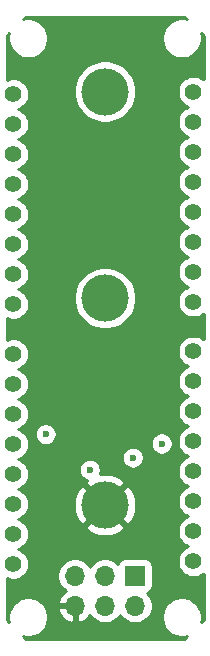
<source format=gbr>
G04 #@! TF.GenerationSoftware,KiCad,Pcbnew,5.1.5-52549c5~84~ubuntu18.04.1*
G04 #@! TF.CreationDate,2020-01-13T22:36:15-08:00*
G04 #@! TF.ProjectId,somos_wristband_1.0,736f6d6f-735f-4777-9269-737462616e64,rev?*
G04 #@! TF.SameCoordinates,Original*
G04 #@! TF.FileFunction,Copper,L2,Inr*
G04 #@! TF.FilePolarity,Positive*
%FSLAX46Y46*%
G04 Gerber Fmt 4.6, Leading zero omitted, Abs format (unit mm)*
G04 Created by KiCad (PCBNEW 5.1.5-52549c5~84~ubuntu18.04.1) date 2020-01-13 22:36:15*
%MOMM*%
%LPD*%
G04 APERTURE LIST*
%ADD10C,4.000000*%
%ADD11C,1.400000*%
%ADD12O,1.700000X1.700000*%
%ADD13R,1.700000X1.700000*%
%ADD14C,0.600000*%
%ADD15C,0.250000*%
%ADD16C,0.254000*%
G04 APERTURE END LIST*
D10*
X150000000Y-118000000D03*
D11*
X142240000Y-105220000D03*
X142240000Y-107760000D03*
X142240000Y-110300000D03*
X142240000Y-112840000D03*
X142240000Y-115380000D03*
X142240000Y-117920000D03*
X142240000Y-120460000D03*
X142240000Y-123000000D03*
D10*
X150000000Y-83000000D03*
X150000000Y-100500000D03*
D12*
X147460000Y-126540000D03*
X147460000Y-124000000D03*
X150000000Y-126540000D03*
X150000000Y-124000000D03*
X152540000Y-126540000D03*
D13*
X152540000Y-124000000D03*
D11*
X142240000Y-83220000D03*
X142240000Y-85760000D03*
X142240000Y-88300000D03*
X142240000Y-90840000D03*
X142240000Y-93380000D03*
X142240000Y-95920000D03*
X142240000Y-98460000D03*
X142240000Y-101000000D03*
X157480000Y-100780000D03*
X157480000Y-98240000D03*
X157480000Y-95700000D03*
X157480000Y-93160000D03*
X157480000Y-90620000D03*
X157480000Y-88080000D03*
X157480000Y-85540000D03*
X157480000Y-83000000D03*
X157480000Y-122780000D03*
X157480000Y-120240000D03*
X157480000Y-117700000D03*
X157480000Y-115160000D03*
X157480000Y-112620000D03*
X157480000Y-110080000D03*
X157480000Y-107540000D03*
X157480000Y-105000000D03*
D14*
X152350000Y-114000000D03*
X144970500Y-112014000D03*
X148718351Y-115020192D03*
X154798957Y-112800000D03*
X150000000Y-109000000D03*
X148000000Y-107000000D03*
X150000000Y-109000000D03*
X152000000Y-107000000D03*
X152000000Y-111000000D03*
X148000000Y-111000000D03*
X153860500Y-113982500D03*
D15*
X148000000Y-107000000D02*
X150000000Y-109000000D01*
D16*
G36*
X156935170Y-76868550D02*
G01*
X156665958Y-76815000D01*
X156334042Y-76815000D01*
X156008504Y-76879754D01*
X155701853Y-77006772D01*
X155425875Y-77191175D01*
X155191175Y-77425875D01*
X155006772Y-77701853D01*
X154879754Y-78008504D01*
X154815000Y-78334042D01*
X154815000Y-78665958D01*
X154879754Y-78991496D01*
X155006772Y-79298147D01*
X155191175Y-79574125D01*
X155425875Y-79808825D01*
X155701853Y-79993228D01*
X156008504Y-80120246D01*
X156334042Y-80185000D01*
X156665958Y-80185000D01*
X156991496Y-80120246D01*
X157298147Y-79993228D01*
X157574125Y-79808825D01*
X157808825Y-79574125D01*
X157993228Y-79298147D01*
X158120246Y-78991496D01*
X158185000Y-78665958D01*
X158185000Y-78334042D01*
X158131450Y-78064831D01*
X158340001Y-78273382D01*
X158340001Y-81972026D01*
X158331013Y-81963038D01*
X158112359Y-81816939D01*
X157869405Y-81716304D01*
X157611486Y-81665000D01*
X157348514Y-81665000D01*
X157090595Y-81716304D01*
X156847641Y-81816939D01*
X156628987Y-81963038D01*
X156443038Y-82148987D01*
X156296939Y-82367641D01*
X156196304Y-82610595D01*
X156145000Y-82868514D01*
X156145000Y-83131486D01*
X156196304Y-83389405D01*
X156296939Y-83632359D01*
X156443038Y-83851013D01*
X156628987Y-84036962D01*
X156847641Y-84183061D01*
X157057530Y-84270000D01*
X156847641Y-84356939D01*
X156628987Y-84503038D01*
X156443038Y-84688987D01*
X156296939Y-84907641D01*
X156196304Y-85150595D01*
X156145000Y-85408514D01*
X156145000Y-85671486D01*
X156196304Y-85929405D01*
X156296939Y-86172359D01*
X156443038Y-86391013D01*
X156628987Y-86576962D01*
X156847641Y-86723061D01*
X157057530Y-86810000D01*
X156847641Y-86896939D01*
X156628987Y-87043038D01*
X156443038Y-87228987D01*
X156296939Y-87447641D01*
X156196304Y-87690595D01*
X156145000Y-87948514D01*
X156145000Y-88211486D01*
X156196304Y-88469405D01*
X156296939Y-88712359D01*
X156443038Y-88931013D01*
X156628987Y-89116962D01*
X156847641Y-89263061D01*
X157057530Y-89350000D01*
X156847641Y-89436939D01*
X156628987Y-89583038D01*
X156443038Y-89768987D01*
X156296939Y-89987641D01*
X156196304Y-90230595D01*
X156145000Y-90488514D01*
X156145000Y-90751486D01*
X156196304Y-91009405D01*
X156296939Y-91252359D01*
X156443038Y-91471013D01*
X156628987Y-91656962D01*
X156847641Y-91803061D01*
X157057530Y-91890000D01*
X156847641Y-91976939D01*
X156628987Y-92123038D01*
X156443038Y-92308987D01*
X156296939Y-92527641D01*
X156196304Y-92770595D01*
X156145000Y-93028514D01*
X156145000Y-93291486D01*
X156196304Y-93549405D01*
X156296939Y-93792359D01*
X156443038Y-94011013D01*
X156628987Y-94196962D01*
X156847641Y-94343061D01*
X157057530Y-94430000D01*
X156847641Y-94516939D01*
X156628987Y-94663038D01*
X156443038Y-94848987D01*
X156296939Y-95067641D01*
X156196304Y-95310595D01*
X156145000Y-95568514D01*
X156145000Y-95831486D01*
X156196304Y-96089405D01*
X156296939Y-96332359D01*
X156443038Y-96551013D01*
X156628987Y-96736962D01*
X156847641Y-96883061D01*
X157057530Y-96970000D01*
X156847641Y-97056939D01*
X156628987Y-97203038D01*
X156443038Y-97388987D01*
X156296939Y-97607641D01*
X156196304Y-97850595D01*
X156145000Y-98108514D01*
X156145000Y-98371486D01*
X156196304Y-98629405D01*
X156296939Y-98872359D01*
X156443038Y-99091013D01*
X156628987Y-99276962D01*
X156847641Y-99423061D01*
X157057530Y-99510000D01*
X156847641Y-99596939D01*
X156628987Y-99743038D01*
X156443038Y-99928987D01*
X156296939Y-100147641D01*
X156196304Y-100390595D01*
X156145000Y-100648514D01*
X156145000Y-100911486D01*
X156196304Y-101169405D01*
X156296939Y-101412359D01*
X156443038Y-101631013D01*
X156628987Y-101816962D01*
X156847641Y-101963061D01*
X157090595Y-102063696D01*
X157348514Y-102115000D01*
X157611486Y-102115000D01*
X157869405Y-102063696D01*
X158112359Y-101963061D01*
X158331013Y-101816962D01*
X158340001Y-101807974D01*
X158340000Y-103972025D01*
X158331013Y-103963038D01*
X158112359Y-103816939D01*
X157869405Y-103716304D01*
X157611486Y-103665000D01*
X157348514Y-103665000D01*
X157090595Y-103716304D01*
X156847641Y-103816939D01*
X156628987Y-103963038D01*
X156443038Y-104148987D01*
X156296939Y-104367641D01*
X156196304Y-104610595D01*
X156145000Y-104868514D01*
X156145000Y-105131486D01*
X156196304Y-105389405D01*
X156296939Y-105632359D01*
X156443038Y-105851013D01*
X156628987Y-106036962D01*
X156847641Y-106183061D01*
X157057530Y-106270000D01*
X156847641Y-106356939D01*
X156628987Y-106503038D01*
X156443038Y-106688987D01*
X156296939Y-106907641D01*
X156196304Y-107150595D01*
X156145000Y-107408514D01*
X156145000Y-107671486D01*
X156196304Y-107929405D01*
X156296939Y-108172359D01*
X156443038Y-108391013D01*
X156628987Y-108576962D01*
X156847641Y-108723061D01*
X157057530Y-108810000D01*
X156847641Y-108896939D01*
X156628987Y-109043038D01*
X156443038Y-109228987D01*
X156296939Y-109447641D01*
X156196304Y-109690595D01*
X156145000Y-109948514D01*
X156145000Y-110211486D01*
X156196304Y-110469405D01*
X156296939Y-110712359D01*
X156443038Y-110931013D01*
X156628987Y-111116962D01*
X156847641Y-111263061D01*
X157057530Y-111350000D01*
X156847641Y-111436939D01*
X156628987Y-111583038D01*
X156443038Y-111768987D01*
X156296939Y-111987641D01*
X156196304Y-112230595D01*
X156145000Y-112488514D01*
X156145000Y-112751486D01*
X156196304Y-113009405D01*
X156296939Y-113252359D01*
X156443038Y-113471013D01*
X156628987Y-113656962D01*
X156847641Y-113803061D01*
X157057530Y-113890000D01*
X156847641Y-113976939D01*
X156628987Y-114123038D01*
X156443038Y-114308987D01*
X156296939Y-114527641D01*
X156196304Y-114770595D01*
X156145000Y-115028514D01*
X156145000Y-115291486D01*
X156196304Y-115549405D01*
X156296939Y-115792359D01*
X156443038Y-116011013D01*
X156628987Y-116196962D01*
X156847641Y-116343061D01*
X157057530Y-116430000D01*
X156847641Y-116516939D01*
X156628987Y-116663038D01*
X156443038Y-116848987D01*
X156296939Y-117067641D01*
X156196304Y-117310595D01*
X156145000Y-117568514D01*
X156145000Y-117831486D01*
X156196304Y-118089405D01*
X156296939Y-118332359D01*
X156443038Y-118551013D01*
X156628987Y-118736962D01*
X156847641Y-118883061D01*
X157057530Y-118970000D01*
X156847641Y-119056939D01*
X156628987Y-119203038D01*
X156443038Y-119388987D01*
X156296939Y-119607641D01*
X156196304Y-119850595D01*
X156145000Y-120108514D01*
X156145000Y-120371486D01*
X156196304Y-120629405D01*
X156296939Y-120872359D01*
X156443038Y-121091013D01*
X156628987Y-121276962D01*
X156847641Y-121423061D01*
X157057530Y-121510000D01*
X156847641Y-121596939D01*
X156628987Y-121743038D01*
X156443038Y-121928987D01*
X156296939Y-122147641D01*
X156196304Y-122390595D01*
X156145000Y-122648514D01*
X156145000Y-122911486D01*
X156196304Y-123169405D01*
X156296939Y-123412359D01*
X156443038Y-123631013D01*
X156628987Y-123816962D01*
X156847641Y-123963061D01*
X157090595Y-124063696D01*
X157348514Y-124115000D01*
X157611486Y-124115000D01*
X157869405Y-124063696D01*
X158112359Y-123963061D01*
X158331013Y-123816962D01*
X158340000Y-123807975D01*
X158340000Y-127726619D01*
X158131450Y-127935169D01*
X158185000Y-127665958D01*
X158185000Y-127334042D01*
X158120246Y-127008504D01*
X157993228Y-126701853D01*
X157808825Y-126425875D01*
X157574125Y-126191175D01*
X157298147Y-126006772D01*
X156991496Y-125879754D01*
X156665958Y-125815000D01*
X156334042Y-125815000D01*
X156008504Y-125879754D01*
X155701853Y-126006772D01*
X155425875Y-126191175D01*
X155191175Y-126425875D01*
X155006772Y-126701853D01*
X154879754Y-127008504D01*
X154815000Y-127334042D01*
X154815000Y-127665958D01*
X154879754Y-127991496D01*
X155006772Y-128298147D01*
X155191175Y-128574125D01*
X155425875Y-128808825D01*
X155701853Y-128993228D01*
X156008504Y-129120246D01*
X156334042Y-129185000D01*
X156665958Y-129185000D01*
X156935170Y-129131450D01*
X156726620Y-129340000D01*
X143273381Y-129340000D01*
X143064831Y-129131450D01*
X143334042Y-129185000D01*
X143665958Y-129185000D01*
X143991496Y-129120246D01*
X144298147Y-128993228D01*
X144574125Y-128808825D01*
X144808825Y-128574125D01*
X144993228Y-128298147D01*
X145120246Y-127991496D01*
X145185000Y-127665958D01*
X145185000Y-127334042D01*
X145120246Y-127008504D01*
X145074015Y-126896891D01*
X146018519Y-126896891D01*
X146115843Y-127171252D01*
X146264822Y-127421355D01*
X146459731Y-127637588D01*
X146693080Y-127811641D01*
X146955901Y-127936825D01*
X147103110Y-127981476D01*
X147333000Y-127860155D01*
X147333000Y-126667000D01*
X146139186Y-126667000D01*
X146018519Y-126896891D01*
X145074015Y-126896891D01*
X144993228Y-126701853D01*
X144808825Y-126425875D01*
X144574125Y-126191175D01*
X144298147Y-126006772D01*
X143991496Y-125879754D01*
X143665958Y-125815000D01*
X143334042Y-125815000D01*
X143008504Y-125879754D01*
X142701853Y-126006772D01*
X142425875Y-126191175D01*
X142191175Y-126425875D01*
X142006772Y-126701853D01*
X141879754Y-127008504D01*
X141815000Y-127334042D01*
X141815000Y-127665958D01*
X141868550Y-127935170D01*
X141660000Y-127726620D01*
X141660000Y-124204749D01*
X141850595Y-124283696D01*
X142108514Y-124335000D01*
X142371486Y-124335000D01*
X142629405Y-124283696D01*
X142872359Y-124183061D01*
X143091013Y-124036962D01*
X143274235Y-123853740D01*
X145975000Y-123853740D01*
X145975000Y-124146260D01*
X146032068Y-124433158D01*
X146144010Y-124703411D01*
X146306525Y-124946632D01*
X146513368Y-125153475D01*
X146689406Y-125271100D01*
X146459731Y-125442412D01*
X146264822Y-125658645D01*
X146115843Y-125908748D01*
X146018519Y-126183109D01*
X146139186Y-126413000D01*
X147333000Y-126413000D01*
X147333000Y-126393000D01*
X147587000Y-126393000D01*
X147587000Y-126413000D01*
X147607000Y-126413000D01*
X147607000Y-126667000D01*
X147587000Y-126667000D01*
X147587000Y-127860155D01*
X147816890Y-127981476D01*
X147964099Y-127936825D01*
X148226920Y-127811641D01*
X148460269Y-127637588D01*
X148655178Y-127421355D01*
X148724805Y-127304466D01*
X148846525Y-127486632D01*
X149053368Y-127693475D01*
X149296589Y-127855990D01*
X149566842Y-127967932D01*
X149853740Y-128025000D01*
X150146260Y-128025000D01*
X150433158Y-127967932D01*
X150703411Y-127855990D01*
X150946632Y-127693475D01*
X151153475Y-127486632D01*
X151270000Y-127312240D01*
X151386525Y-127486632D01*
X151593368Y-127693475D01*
X151836589Y-127855990D01*
X152106842Y-127967932D01*
X152393740Y-128025000D01*
X152686260Y-128025000D01*
X152973158Y-127967932D01*
X153243411Y-127855990D01*
X153486632Y-127693475D01*
X153693475Y-127486632D01*
X153855990Y-127243411D01*
X153967932Y-126973158D01*
X154025000Y-126686260D01*
X154025000Y-126393740D01*
X153967932Y-126106842D01*
X153855990Y-125836589D01*
X153693475Y-125593368D01*
X153561620Y-125461513D01*
X153634180Y-125439502D01*
X153744494Y-125380537D01*
X153841185Y-125301185D01*
X153920537Y-125204494D01*
X153979502Y-125094180D01*
X154015812Y-124974482D01*
X154028072Y-124850000D01*
X154028072Y-123150000D01*
X154015812Y-123025518D01*
X153979502Y-122905820D01*
X153920537Y-122795506D01*
X153841185Y-122698815D01*
X153744494Y-122619463D01*
X153634180Y-122560498D01*
X153514482Y-122524188D01*
X153390000Y-122511928D01*
X151690000Y-122511928D01*
X151565518Y-122524188D01*
X151445820Y-122560498D01*
X151335506Y-122619463D01*
X151238815Y-122698815D01*
X151159463Y-122795506D01*
X151100498Y-122905820D01*
X151078487Y-122978380D01*
X150946632Y-122846525D01*
X150703411Y-122684010D01*
X150433158Y-122572068D01*
X150146260Y-122515000D01*
X149853740Y-122515000D01*
X149566842Y-122572068D01*
X149296589Y-122684010D01*
X149053368Y-122846525D01*
X148846525Y-123053368D01*
X148730000Y-123227760D01*
X148613475Y-123053368D01*
X148406632Y-122846525D01*
X148163411Y-122684010D01*
X147893158Y-122572068D01*
X147606260Y-122515000D01*
X147313740Y-122515000D01*
X147026842Y-122572068D01*
X146756589Y-122684010D01*
X146513368Y-122846525D01*
X146306525Y-123053368D01*
X146144010Y-123296589D01*
X146032068Y-123566842D01*
X145975000Y-123853740D01*
X143274235Y-123853740D01*
X143276962Y-123851013D01*
X143423061Y-123632359D01*
X143523696Y-123389405D01*
X143575000Y-123131486D01*
X143575000Y-122868514D01*
X143523696Y-122610595D01*
X143423061Y-122367641D01*
X143276962Y-122148987D01*
X143091013Y-121963038D01*
X142872359Y-121816939D01*
X142662470Y-121730000D01*
X142872359Y-121643061D01*
X143091013Y-121496962D01*
X143276962Y-121311013D01*
X143423061Y-121092359D01*
X143523696Y-120849405D01*
X143575000Y-120591486D01*
X143575000Y-120328514D01*
X143523696Y-120070595D01*
X143431287Y-119847499D01*
X148332106Y-119847499D01*
X148548228Y-120214258D01*
X149008105Y-120454938D01*
X149506098Y-120601275D01*
X150023071Y-120647648D01*
X150539159Y-120592273D01*
X151034526Y-120437279D01*
X151451772Y-120214258D01*
X151667894Y-119847499D01*
X150000000Y-118179605D01*
X148332106Y-119847499D01*
X143431287Y-119847499D01*
X143423061Y-119827641D01*
X143276962Y-119608987D01*
X143091013Y-119423038D01*
X142872359Y-119276939D01*
X142662470Y-119190000D01*
X142872359Y-119103061D01*
X143091013Y-118956962D01*
X143276962Y-118771013D01*
X143423061Y-118552359D01*
X143523696Y-118309405D01*
X143575000Y-118051486D01*
X143575000Y-118023071D01*
X147352352Y-118023071D01*
X147407727Y-118539159D01*
X147562721Y-119034526D01*
X147785742Y-119451772D01*
X148152501Y-119667894D01*
X149820395Y-118000000D01*
X150179605Y-118000000D01*
X151847499Y-119667894D01*
X152214258Y-119451772D01*
X152454938Y-118991895D01*
X152601275Y-118493902D01*
X152647648Y-117976929D01*
X152592273Y-117460841D01*
X152437279Y-116965474D01*
X152214258Y-116548228D01*
X151847499Y-116332106D01*
X150179605Y-118000000D01*
X149820395Y-118000000D01*
X148152501Y-116332106D01*
X147785742Y-116548228D01*
X147545062Y-117008105D01*
X147398725Y-117506098D01*
X147352352Y-118023071D01*
X143575000Y-118023071D01*
X143575000Y-117788514D01*
X143523696Y-117530595D01*
X143423061Y-117287641D01*
X143276962Y-117068987D01*
X143091013Y-116883038D01*
X142872359Y-116736939D01*
X142662470Y-116650000D01*
X142872359Y-116563061D01*
X143091013Y-116416962D01*
X143276962Y-116231013D01*
X143423061Y-116012359D01*
X143523696Y-115769405D01*
X143575000Y-115511486D01*
X143575000Y-115248514D01*
X143523696Y-114990595D01*
X143497811Y-114928103D01*
X147783351Y-114928103D01*
X147783351Y-115112281D01*
X147819283Y-115292921D01*
X147889765Y-115463081D01*
X147992089Y-115616220D01*
X148122323Y-115746454D01*
X148275462Y-115848778D01*
X148445622Y-115919260D01*
X148467039Y-115923520D01*
X148332106Y-116152501D01*
X150000000Y-117820395D01*
X151667894Y-116152501D01*
X151451772Y-115785742D01*
X150991895Y-115545062D01*
X150493902Y-115398725D01*
X149976929Y-115352352D01*
X149574936Y-115395485D01*
X149617419Y-115292921D01*
X149653351Y-115112281D01*
X149653351Y-114928103D01*
X149617419Y-114747463D01*
X149546937Y-114577303D01*
X149444613Y-114424164D01*
X149314379Y-114293930D01*
X149161240Y-114191606D01*
X148991080Y-114121124D01*
X148810440Y-114085192D01*
X148626262Y-114085192D01*
X148445622Y-114121124D01*
X148275462Y-114191606D01*
X148122323Y-114293930D01*
X147992089Y-114424164D01*
X147889765Y-114577303D01*
X147819283Y-114747463D01*
X147783351Y-114928103D01*
X143497811Y-114928103D01*
X143423061Y-114747641D01*
X143276962Y-114528987D01*
X143091013Y-114343038D01*
X142872359Y-114196939D01*
X142662470Y-114110000D01*
X142872359Y-114023061D01*
X143044694Y-113907911D01*
X151415000Y-113907911D01*
X151415000Y-114092089D01*
X151450932Y-114272729D01*
X151521414Y-114442889D01*
X151623738Y-114596028D01*
X151753972Y-114726262D01*
X151907111Y-114828586D01*
X152077271Y-114899068D01*
X152257911Y-114935000D01*
X152442089Y-114935000D01*
X152622729Y-114899068D01*
X152792889Y-114828586D01*
X152946028Y-114726262D01*
X153076262Y-114596028D01*
X153178586Y-114442889D01*
X153249068Y-114272729D01*
X153285000Y-114092089D01*
X153285000Y-113907911D01*
X153249068Y-113727271D01*
X153178586Y-113557111D01*
X153076262Y-113403972D01*
X152946028Y-113273738D01*
X152792889Y-113171414D01*
X152622729Y-113100932D01*
X152442089Y-113065000D01*
X152257911Y-113065000D01*
X152077271Y-113100932D01*
X151907111Y-113171414D01*
X151753972Y-113273738D01*
X151623738Y-113403972D01*
X151521414Y-113557111D01*
X151450932Y-113727271D01*
X151415000Y-113907911D01*
X143044694Y-113907911D01*
X143091013Y-113876962D01*
X143276962Y-113691013D01*
X143423061Y-113472359D01*
X143523696Y-113229405D01*
X143575000Y-112971486D01*
X143575000Y-112708514D01*
X143523696Y-112450595D01*
X143423061Y-112207641D01*
X143276962Y-111988987D01*
X143209886Y-111921911D01*
X144035500Y-111921911D01*
X144035500Y-112106089D01*
X144071432Y-112286729D01*
X144141914Y-112456889D01*
X144244238Y-112610028D01*
X144374472Y-112740262D01*
X144527611Y-112842586D01*
X144697771Y-112913068D01*
X144878411Y-112949000D01*
X145062589Y-112949000D01*
X145243229Y-112913068D01*
X145413389Y-112842586D01*
X145566528Y-112740262D01*
X145598879Y-112707911D01*
X153863957Y-112707911D01*
X153863957Y-112892089D01*
X153899889Y-113072729D01*
X153970371Y-113242889D01*
X154072695Y-113396028D01*
X154202929Y-113526262D01*
X154356068Y-113628586D01*
X154526228Y-113699068D01*
X154706868Y-113735000D01*
X154891046Y-113735000D01*
X155071686Y-113699068D01*
X155241846Y-113628586D01*
X155394985Y-113526262D01*
X155525219Y-113396028D01*
X155627543Y-113242889D01*
X155698025Y-113072729D01*
X155733957Y-112892089D01*
X155733957Y-112707911D01*
X155698025Y-112527271D01*
X155627543Y-112357111D01*
X155525219Y-112203972D01*
X155394985Y-112073738D01*
X155241846Y-111971414D01*
X155071686Y-111900932D01*
X154891046Y-111865000D01*
X154706868Y-111865000D01*
X154526228Y-111900932D01*
X154356068Y-111971414D01*
X154202929Y-112073738D01*
X154072695Y-112203972D01*
X153970371Y-112357111D01*
X153899889Y-112527271D01*
X153863957Y-112707911D01*
X145598879Y-112707911D01*
X145696762Y-112610028D01*
X145799086Y-112456889D01*
X145869568Y-112286729D01*
X145905500Y-112106089D01*
X145905500Y-111921911D01*
X145869568Y-111741271D01*
X145799086Y-111571111D01*
X145696762Y-111417972D01*
X145566528Y-111287738D01*
X145413389Y-111185414D01*
X145243229Y-111114932D01*
X145062589Y-111079000D01*
X144878411Y-111079000D01*
X144697771Y-111114932D01*
X144527611Y-111185414D01*
X144374472Y-111287738D01*
X144244238Y-111417972D01*
X144141914Y-111571111D01*
X144071432Y-111741271D01*
X144035500Y-111921911D01*
X143209886Y-111921911D01*
X143091013Y-111803038D01*
X142872359Y-111656939D01*
X142662470Y-111570000D01*
X142872359Y-111483061D01*
X143091013Y-111336962D01*
X143276962Y-111151013D01*
X143423061Y-110932359D01*
X143523696Y-110689405D01*
X143575000Y-110431486D01*
X143575000Y-110168514D01*
X143523696Y-109910595D01*
X143423061Y-109667641D01*
X143276962Y-109448987D01*
X143091013Y-109263038D01*
X142872359Y-109116939D01*
X142662470Y-109030000D01*
X142872359Y-108943061D01*
X143091013Y-108796962D01*
X143276962Y-108611013D01*
X143423061Y-108392359D01*
X143523696Y-108149405D01*
X143575000Y-107891486D01*
X143575000Y-107628514D01*
X143523696Y-107370595D01*
X143423061Y-107127641D01*
X143276962Y-106908987D01*
X143091013Y-106723038D01*
X142872359Y-106576939D01*
X142662470Y-106490000D01*
X142872359Y-106403061D01*
X143091013Y-106256962D01*
X143276962Y-106071013D01*
X143423061Y-105852359D01*
X143523696Y-105609405D01*
X143575000Y-105351486D01*
X143575000Y-105088514D01*
X143523696Y-104830595D01*
X143423061Y-104587641D01*
X143276962Y-104368987D01*
X143091013Y-104183038D01*
X142872359Y-104036939D01*
X142629405Y-103936304D01*
X142371486Y-103885000D01*
X142108514Y-103885000D01*
X141850595Y-103936304D01*
X141660000Y-104015251D01*
X141660000Y-102204749D01*
X141850595Y-102283696D01*
X142108514Y-102335000D01*
X142371486Y-102335000D01*
X142629405Y-102283696D01*
X142872359Y-102183061D01*
X143091013Y-102036962D01*
X143276962Y-101851013D01*
X143423061Y-101632359D01*
X143523696Y-101389405D01*
X143575000Y-101131486D01*
X143575000Y-100868514D01*
X143523696Y-100610595D01*
X143423061Y-100367641D01*
X143338092Y-100240475D01*
X147365000Y-100240475D01*
X147365000Y-100759525D01*
X147466261Y-101268601D01*
X147664893Y-101748141D01*
X147953262Y-102179715D01*
X148320285Y-102546738D01*
X148751859Y-102835107D01*
X149231399Y-103033739D01*
X149740475Y-103135000D01*
X150259525Y-103135000D01*
X150768601Y-103033739D01*
X151248141Y-102835107D01*
X151679715Y-102546738D01*
X152046738Y-102179715D01*
X152335107Y-101748141D01*
X152533739Y-101268601D01*
X152635000Y-100759525D01*
X152635000Y-100240475D01*
X152533739Y-99731399D01*
X152335107Y-99251859D01*
X152046738Y-98820285D01*
X151679715Y-98453262D01*
X151248141Y-98164893D01*
X150768601Y-97966261D01*
X150259525Y-97865000D01*
X149740475Y-97865000D01*
X149231399Y-97966261D01*
X148751859Y-98164893D01*
X148320285Y-98453262D01*
X147953262Y-98820285D01*
X147664893Y-99251859D01*
X147466261Y-99731399D01*
X147365000Y-100240475D01*
X143338092Y-100240475D01*
X143276962Y-100148987D01*
X143091013Y-99963038D01*
X142872359Y-99816939D01*
X142662470Y-99730000D01*
X142872359Y-99643061D01*
X143091013Y-99496962D01*
X143276962Y-99311013D01*
X143423061Y-99092359D01*
X143523696Y-98849405D01*
X143575000Y-98591486D01*
X143575000Y-98328514D01*
X143523696Y-98070595D01*
X143423061Y-97827641D01*
X143276962Y-97608987D01*
X143091013Y-97423038D01*
X142872359Y-97276939D01*
X142662470Y-97190000D01*
X142872359Y-97103061D01*
X143091013Y-96956962D01*
X143276962Y-96771013D01*
X143423061Y-96552359D01*
X143523696Y-96309405D01*
X143575000Y-96051486D01*
X143575000Y-95788514D01*
X143523696Y-95530595D01*
X143423061Y-95287641D01*
X143276962Y-95068987D01*
X143091013Y-94883038D01*
X142872359Y-94736939D01*
X142662470Y-94650000D01*
X142872359Y-94563061D01*
X143091013Y-94416962D01*
X143276962Y-94231013D01*
X143423061Y-94012359D01*
X143523696Y-93769405D01*
X143575000Y-93511486D01*
X143575000Y-93248514D01*
X143523696Y-92990595D01*
X143423061Y-92747641D01*
X143276962Y-92528987D01*
X143091013Y-92343038D01*
X142872359Y-92196939D01*
X142662470Y-92110000D01*
X142872359Y-92023061D01*
X143091013Y-91876962D01*
X143276962Y-91691013D01*
X143423061Y-91472359D01*
X143523696Y-91229405D01*
X143575000Y-90971486D01*
X143575000Y-90708514D01*
X143523696Y-90450595D01*
X143423061Y-90207641D01*
X143276962Y-89988987D01*
X143091013Y-89803038D01*
X142872359Y-89656939D01*
X142662470Y-89570000D01*
X142872359Y-89483061D01*
X143091013Y-89336962D01*
X143276962Y-89151013D01*
X143423061Y-88932359D01*
X143523696Y-88689405D01*
X143575000Y-88431486D01*
X143575000Y-88168514D01*
X143523696Y-87910595D01*
X143423061Y-87667641D01*
X143276962Y-87448987D01*
X143091013Y-87263038D01*
X142872359Y-87116939D01*
X142662470Y-87030000D01*
X142872359Y-86943061D01*
X143091013Y-86796962D01*
X143276962Y-86611013D01*
X143423061Y-86392359D01*
X143523696Y-86149405D01*
X143575000Y-85891486D01*
X143575000Y-85628514D01*
X143523696Y-85370595D01*
X143423061Y-85127641D01*
X143276962Y-84908987D01*
X143091013Y-84723038D01*
X142872359Y-84576939D01*
X142662470Y-84490000D01*
X142872359Y-84403061D01*
X143091013Y-84256962D01*
X143276962Y-84071013D01*
X143423061Y-83852359D01*
X143523696Y-83609405D01*
X143575000Y-83351486D01*
X143575000Y-83088514D01*
X143523696Y-82830595D01*
X143486368Y-82740475D01*
X147365000Y-82740475D01*
X147365000Y-83259525D01*
X147466261Y-83768601D01*
X147664893Y-84248141D01*
X147953262Y-84679715D01*
X148320285Y-85046738D01*
X148751859Y-85335107D01*
X149231399Y-85533739D01*
X149740475Y-85635000D01*
X150259525Y-85635000D01*
X150768601Y-85533739D01*
X151248141Y-85335107D01*
X151679715Y-85046738D01*
X152046738Y-84679715D01*
X152335107Y-84248141D01*
X152533739Y-83768601D01*
X152635000Y-83259525D01*
X152635000Y-82740475D01*
X152533739Y-82231399D01*
X152335107Y-81751859D01*
X152046738Y-81320285D01*
X151679715Y-80953262D01*
X151248141Y-80664893D01*
X150768601Y-80466261D01*
X150259525Y-80365000D01*
X149740475Y-80365000D01*
X149231399Y-80466261D01*
X148751859Y-80664893D01*
X148320285Y-80953262D01*
X147953262Y-81320285D01*
X147664893Y-81751859D01*
X147466261Y-82231399D01*
X147365000Y-82740475D01*
X143486368Y-82740475D01*
X143423061Y-82587641D01*
X143276962Y-82368987D01*
X143091013Y-82183038D01*
X142872359Y-82036939D01*
X142629405Y-81936304D01*
X142371486Y-81885000D01*
X142108514Y-81885000D01*
X141850595Y-81936304D01*
X141660000Y-82015251D01*
X141660000Y-78273380D01*
X141868550Y-78064830D01*
X141815000Y-78334042D01*
X141815000Y-78665958D01*
X141879754Y-78991496D01*
X142006772Y-79298147D01*
X142191175Y-79574125D01*
X142425875Y-79808825D01*
X142701853Y-79993228D01*
X143008504Y-80120246D01*
X143334042Y-80185000D01*
X143665958Y-80185000D01*
X143991496Y-80120246D01*
X144298147Y-79993228D01*
X144574125Y-79808825D01*
X144808825Y-79574125D01*
X144993228Y-79298147D01*
X145120246Y-78991496D01*
X145185000Y-78665958D01*
X145185000Y-78334042D01*
X145120246Y-78008504D01*
X144993228Y-77701853D01*
X144808825Y-77425875D01*
X144574125Y-77191175D01*
X144298147Y-77006772D01*
X143991496Y-76879754D01*
X143665958Y-76815000D01*
X143334042Y-76815000D01*
X143064831Y-76868550D01*
X143273381Y-76660000D01*
X156726620Y-76660000D01*
X156935170Y-76868550D01*
G37*
X156935170Y-76868550D02*
X156665958Y-76815000D01*
X156334042Y-76815000D01*
X156008504Y-76879754D01*
X155701853Y-77006772D01*
X155425875Y-77191175D01*
X155191175Y-77425875D01*
X155006772Y-77701853D01*
X154879754Y-78008504D01*
X154815000Y-78334042D01*
X154815000Y-78665958D01*
X154879754Y-78991496D01*
X155006772Y-79298147D01*
X155191175Y-79574125D01*
X155425875Y-79808825D01*
X155701853Y-79993228D01*
X156008504Y-80120246D01*
X156334042Y-80185000D01*
X156665958Y-80185000D01*
X156991496Y-80120246D01*
X157298147Y-79993228D01*
X157574125Y-79808825D01*
X157808825Y-79574125D01*
X157993228Y-79298147D01*
X158120246Y-78991496D01*
X158185000Y-78665958D01*
X158185000Y-78334042D01*
X158131450Y-78064831D01*
X158340001Y-78273382D01*
X158340001Y-81972026D01*
X158331013Y-81963038D01*
X158112359Y-81816939D01*
X157869405Y-81716304D01*
X157611486Y-81665000D01*
X157348514Y-81665000D01*
X157090595Y-81716304D01*
X156847641Y-81816939D01*
X156628987Y-81963038D01*
X156443038Y-82148987D01*
X156296939Y-82367641D01*
X156196304Y-82610595D01*
X156145000Y-82868514D01*
X156145000Y-83131486D01*
X156196304Y-83389405D01*
X156296939Y-83632359D01*
X156443038Y-83851013D01*
X156628987Y-84036962D01*
X156847641Y-84183061D01*
X157057530Y-84270000D01*
X156847641Y-84356939D01*
X156628987Y-84503038D01*
X156443038Y-84688987D01*
X156296939Y-84907641D01*
X156196304Y-85150595D01*
X156145000Y-85408514D01*
X156145000Y-85671486D01*
X156196304Y-85929405D01*
X156296939Y-86172359D01*
X156443038Y-86391013D01*
X156628987Y-86576962D01*
X156847641Y-86723061D01*
X157057530Y-86810000D01*
X156847641Y-86896939D01*
X156628987Y-87043038D01*
X156443038Y-87228987D01*
X156296939Y-87447641D01*
X156196304Y-87690595D01*
X156145000Y-87948514D01*
X156145000Y-88211486D01*
X156196304Y-88469405D01*
X156296939Y-88712359D01*
X156443038Y-88931013D01*
X156628987Y-89116962D01*
X156847641Y-89263061D01*
X157057530Y-89350000D01*
X156847641Y-89436939D01*
X156628987Y-89583038D01*
X156443038Y-89768987D01*
X156296939Y-89987641D01*
X156196304Y-90230595D01*
X156145000Y-90488514D01*
X156145000Y-90751486D01*
X156196304Y-91009405D01*
X156296939Y-91252359D01*
X156443038Y-91471013D01*
X156628987Y-91656962D01*
X156847641Y-91803061D01*
X157057530Y-91890000D01*
X156847641Y-91976939D01*
X156628987Y-92123038D01*
X156443038Y-92308987D01*
X156296939Y-92527641D01*
X156196304Y-92770595D01*
X156145000Y-93028514D01*
X156145000Y-93291486D01*
X156196304Y-93549405D01*
X156296939Y-93792359D01*
X156443038Y-94011013D01*
X156628987Y-94196962D01*
X156847641Y-94343061D01*
X157057530Y-94430000D01*
X156847641Y-94516939D01*
X156628987Y-94663038D01*
X156443038Y-94848987D01*
X156296939Y-95067641D01*
X156196304Y-95310595D01*
X156145000Y-95568514D01*
X156145000Y-95831486D01*
X156196304Y-96089405D01*
X156296939Y-96332359D01*
X156443038Y-96551013D01*
X156628987Y-96736962D01*
X156847641Y-96883061D01*
X157057530Y-96970000D01*
X156847641Y-97056939D01*
X156628987Y-97203038D01*
X156443038Y-97388987D01*
X156296939Y-97607641D01*
X156196304Y-97850595D01*
X156145000Y-98108514D01*
X156145000Y-98371486D01*
X156196304Y-98629405D01*
X156296939Y-98872359D01*
X156443038Y-99091013D01*
X156628987Y-99276962D01*
X156847641Y-99423061D01*
X157057530Y-99510000D01*
X156847641Y-99596939D01*
X156628987Y-99743038D01*
X156443038Y-99928987D01*
X156296939Y-100147641D01*
X156196304Y-100390595D01*
X156145000Y-100648514D01*
X156145000Y-100911486D01*
X156196304Y-101169405D01*
X156296939Y-101412359D01*
X156443038Y-101631013D01*
X156628987Y-101816962D01*
X156847641Y-101963061D01*
X157090595Y-102063696D01*
X157348514Y-102115000D01*
X157611486Y-102115000D01*
X157869405Y-102063696D01*
X158112359Y-101963061D01*
X158331013Y-101816962D01*
X158340001Y-101807974D01*
X158340000Y-103972025D01*
X158331013Y-103963038D01*
X158112359Y-103816939D01*
X157869405Y-103716304D01*
X157611486Y-103665000D01*
X157348514Y-103665000D01*
X157090595Y-103716304D01*
X156847641Y-103816939D01*
X156628987Y-103963038D01*
X156443038Y-104148987D01*
X156296939Y-104367641D01*
X156196304Y-104610595D01*
X156145000Y-104868514D01*
X156145000Y-105131486D01*
X156196304Y-105389405D01*
X156296939Y-105632359D01*
X156443038Y-105851013D01*
X156628987Y-106036962D01*
X156847641Y-106183061D01*
X157057530Y-106270000D01*
X156847641Y-106356939D01*
X156628987Y-106503038D01*
X156443038Y-106688987D01*
X156296939Y-106907641D01*
X156196304Y-107150595D01*
X156145000Y-107408514D01*
X156145000Y-107671486D01*
X156196304Y-107929405D01*
X156296939Y-108172359D01*
X156443038Y-108391013D01*
X156628987Y-108576962D01*
X156847641Y-108723061D01*
X157057530Y-108810000D01*
X156847641Y-108896939D01*
X156628987Y-109043038D01*
X156443038Y-109228987D01*
X156296939Y-109447641D01*
X156196304Y-109690595D01*
X156145000Y-109948514D01*
X156145000Y-110211486D01*
X156196304Y-110469405D01*
X156296939Y-110712359D01*
X156443038Y-110931013D01*
X156628987Y-111116962D01*
X156847641Y-111263061D01*
X157057530Y-111350000D01*
X156847641Y-111436939D01*
X156628987Y-111583038D01*
X156443038Y-111768987D01*
X156296939Y-111987641D01*
X156196304Y-112230595D01*
X156145000Y-112488514D01*
X156145000Y-112751486D01*
X156196304Y-113009405D01*
X156296939Y-113252359D01*
X156443038Y-113471013D01*
X156628987Y-113656962D01*
X156847641Y-113803061D01*
X157057530Y-113890000D01*
X156847641Y-113976939D01*
X156628987Y-114123038D01*
X156443038Y-114308987D01*
X156296939Y-114527641D01*
X156196304Y-114770595D01*
X156145000Y-115028514D01*
X156145000Y-115291486D01*
X156196304Y-115549405D01*
X156296939Y-115792359D01*
X156443038Y-116011013D01*
X156628987Y-116196962D01*
X156847641Y-116343061D01*
X157057530Y-116430000D01*
X156847641Y-116516939D01*
X156628987Y-116663038D01*
X156443038Y-116848987D01*
X156296939Y-117067641D01*
X156196304Y-117310595D01*
X156145000Y-117568514D01*
X156145000Y-117831486D01*
X156196304Y-118089405D01*
X156296939Y-118332359D01*
X156443038Y-118551013D01*
X156628987Y-118736962D01*
X156847641Y-118883061D01*
X157057530Y-118970000D01*
X156847641Y-119056939D01*
X156628987Y-119203038D01*
X156443038Y-119388987D01*
X156296939Y-119607641D01*
X156196304Y-119850595D01*
X156145000Y-120108514D01*
X156145000Y-120371486D01*
X156196304Y-120629405D01*
X156296939Y-120872359D01*
X156443038Y-121091013D01*
X156628987Y-121276962D01*
X156847641Y-121423061D01*
X157057530Y-121510000D01*
X156847641Y-121596939D01*
X156628987Y-121743038D01*
X156443038Y-121928987D01*
X156296939Y-122147641D01*
X156196304Y-122390595D01*
X156145000Y-122648514D01*
X156145000Y-122911486D01*
X156196304Y-123169405D01*
X156296939Y-123412359D01*
X156443038Y-123631013D01*
X156628987Y-123816962D01*
X156847641Y-123963061D01*
X157090595Y-124063696D01*
X157348514Y-124115000D01*
X157611486Y-124115000D01*
X157869405Y-124063696D01*
X158112359Y-123963061D01*
X158331013Y-123816962D01*
X158340000Y-123807975D01*
X158340000Y-127726619D01*
X158131450Y-127935169D01*
X158185000Y-127665958D01*
X158185000Y-127334042D01*
X158120246Y-127008504D01*
X157993228Y-126701853D01*
X157808825Y-126425875D01*
X157574125Y-126191175D01*
X157298147Y-126006772D01*
X156991496Y-125879754D01*
X156665958Y-125815000D01*
X156334042Y-125815000D01*
X156008504Y-125879754D01*
X155701853Y-126006772D01*
X155425875Y-126191175D01*
X155191175Y-126425875D01*
X155006772Y-126701853D01*
X154879754Y-127008504D01*
X154815000Y-127334042D01*
X154815000Y-127665958D01*
X154879754Y-127991496D01*
X155006772Y-128298147D01*
X155191175Y-128574125D01*
X155425875Y-128808825D01*
X155701853Y-128993228D01*
X156008504Y-129120246D01*
X156334042Y-129185000D01*
X156665958Y-129185000D01*
X156935170Y-129131450D01*
X156726620Y-129340000D01*
X143273381Y-129340000D01*
X143064831Y-129131450D01*
X143334042Y-129185000D01*
X143665958Y-129185000D01*
X143991496Y-129120246D01*
X144298147Y-128993228D01*
X144574125Y-128808825D01*
X144808825Y-128574125D01*
X144993228Y-128298147D01*
X145120246Y-127991496D01*
X145185000Y-127665958D01*
X145185000Y-127334042D01*
X145120246Y-127008504D01*
X145074015Y-126896891D01*
X146018519Y-126896891D01*
X146115843Y-127171252D01*
X146264822Y-127421355D01*
X146459731Y-127637588D01*
X146693080Y-127811641D01*
X146955901Y-127936825D01*
X147103110Y-127981476D01*
X147333000Y-127860155D01*
X147333000Y-126667000D01*
X146139186Y-126667000D01*
X146018519Y-126896891D01*
X145074015Y-126896891D01*
X144993228Y-126701853D01*
X144808825Y-126425875D01*
X144574125Y-126191175D01*
X144298147Y-126006772D01*
X143991496Y-125879754D01*
X143665958Y-125815000D01*
X143334042Y-125815000D01*
X143008504Y-125879754D01*
X142701853Y-126006772D01*
X142425875Y-126191175D01*
X142191175Y-126425875D01*
X142006772Y-126701853D01*
X141879754Y-127008504D01*
X141815000Y-127334042D01*
X141815000Y-127665958D01*
X141868550Y-127935170D01*
X141660000Y-127726620D01*
X141660000Y-124204749D01*
X141850595Y-124283696D01*
X142108514Y-124335000D01*
X142371486Y-124335000D01*
X142629405Y-124283696D01*
X142872359Y-124183061D01*
X143091013Y-124036962D01*
X143274235Y-123853740D01*
X145975000Y-123853740D01*
X145975000Y-124146260D01*
X146032068Y-124433158D01*
X146144010Y-124703411D01*
X146306525Y-124946632D01*
X146513368Y-125153475D01*
X146689406Y-125271100D01*
X146459731Y-125442412D01*
X146264822Y-125658645D01*
X146115843Y-125908748D01*
X146018519Y-126183109D01*
X146139186Y-126413000D01*
X147333000Y-126413000D01*
X147333000Y-126393000D01*
X147587000Y-126393000D01*
X147587000Y-126413000D01*
X147607000Y-126413000D01*
X147607000Y-126667000D01*
X147587000Y-126667000D01*
X147587000Y-127860155D01*
X147816890Y-127981476D01*
X147964099Y-127936825D01*
X148226920Y-127811641D01*
X148460269Y-127637588D01*
X148655178Y-127421355D01*
X148724805Y-127304466D01*
X148846525Y-127486632D01*
X149053368Y-127693475D01*
X149296589Y-127855990D01*
X149566842Y-127967932D01*
X149853740Y-128025000D01*
X150146260Y-128025000D01*
X150433158Y-127967932D01*
X150703411Y-127855990D01*
X150946632Y-127693475D01*
X151153475Y-127486632D01*
X151270000Y-127312240D01*
X151386525Y-127486632D01*
X151593368Y-127693475D01*
X151836589Y-127855990D01*
X152106842Y-127967932D01*
X152393740Y-128025000D01*
X152686260Y-128025000D01*
X152973158Y-127967932D01*
X153243411Y-127855990D01*
X153486632Y-127693475D01*
X153693475Y-127486632D01*
X153855990Y-127243411D01*
X153967932Y-126973158D01*
X154025000Y-126686260D01*
X154025000Y-126393740D01*
X153967932Y-126106842D01*
X153855990Y-125836589D01*
X153693475Y-125593368D01*
X153561620Y-125461513D01*
X153634180Y-125439502D01*
X153744494Y-125380537D01*
X153841185Y-125301185D01*
X153920537Y-125204494D01*
X153979502Y-125094180D01*
X154015812Y-124974482D01*
X154028072Y-124850000D01*
X154028072Y-123150000D01*
X154015812Y-123025518D01*
X153979502Y-122905820D01*
X153920537Y-122795506D01*
X153841185Y-122698815D01*
X153744494Y-122619463D01*
X153634180Y-122560498D01*
X153514482Y-122524188D01*
X153390000Y-122511928D01*
X151690000Y-122511928D01*
X151565518Y-122524188D01*
X151445820Y-122560498D01*
X151335506Y-122619463D01*
X151238815Y-122698815D01*
X151159463Y-122795506D01*
X151100498Y-122905820D01*
X151078487Y-122978380D01*
X150946632Y-122846525D01*
X150703411Y-122684010D01*
X150433158Y-122572068D01*
X150146260Y-122515000D01*
X149853740Y-122515000D01*
X149566842Y-122572068D01*
X149296589Y-122684010D01*
X149053368Y-122846525D01*
X148846525Y-123053368D01*
X148730000Y-123227760D01*
X148613475Y-123053368D01*
X148406632Y-122846525D01*
X148163411Y-122684010D01*
X147893158Y-122572068D01*
X147606260Y-122515000D01*
X147313740Y-122515000D01*
X147026842Y-122572068D01*
X146756589Y-122684010D01*
X146513368Y-122846525D01*
X146306525Y-123053368D01*
X146144010Y-123296589D01*
X146032068Y-123566842D01*
X145975000Y-123853740D01*
X143274235Y-123853740D01*
X143276962Y-123851013D01*
X143423061Y-123632359D01*
X143523696Y-123389405D01*
X143575000Y-123131486D01*
X143575000Y-122868514D01*
X143523696Y-122610595D01*
X143423061Y-122367641D01*
X143276962Y-122148987D01*
X143091013Y-121963038D01*
X142872359Y-121816939D01*
X142662470Y-121730000D01*
X142872359Y-121643061D01*
X143091013Y-121496962D01*
X143276962Y-121311013D01*
X143423061Y-121092359D01*
X143523696Y-120849405D01*
X143575000Y-120591486D01*
X143575000Y-120328514D01*
X143523696Y-120070595D01*
X143431287Y-119847499D01*
X148332106Y-119847499D01*
X148548228Y-120214258D01*
X149008105Y-120454938D01*
X149506098Y-120601275D01*
X150023071Y-120647648D01*
X150539159Y-120592273D01*
X151034526Y-120437279D01*
X151451772Y-120214258D01*
X151667894Y-119847499D01*
X150000000Y-118179605D01*
X148332106Y-119847499D01*
X143431287Y-119847499D01*
X143423061Y-119827641D01*
X143276962Y-119608987D01*
X143091013Y-119423038D01*
X142872359Y-119276939D01*
X142662470Y-119190000D01*
X142872359Y-119103061D01*
X143091013Y-118956962D01*
X143276962Y-118771013D01*
X143423061Y-118552359D01*
X143523696Y-118309405D01*
X143575000Y-118051486D01*
X143575000Y-118023071D01*
X147352352Y-118023071D01*
X147407727Y-118539159D01*
X147562721Y-119034526D01*
X147785742Y-119451772D01*
X148152501Y-119667894D01*
X149820395Y-118000000D01*
X150179605Y-118000000D01*
X151847499Y-119667894D01*
X152214258Y-119451772D01*
X152454938Y-118991895D01*
X152601275Y-118493902D01*
X152647648Y-117976929D01*
X152592273Y-117460841D01*
X152437279Y-116965474D01*
X152214258Y-116548228D01*
X151847499Y-116332106D01*
X150179605Y-118000000D01*
X149820395Y-118000000D01*
X148152501Y-116332106D01*
X147785742Y-116548228D01*
X147545062Y-117008105D01*
X147398725Y-117506098D01*
X147352352Y-118023071D01*
X143575000Y-118023071D01*
X143575000Y-117788514D01*
X143523696Y-117530595D01*
X143423061Y-117287641D01*
X143276962Y-117068987D01*
X143091013Y-116883038D01*
X142872359Y-116736939D01*
X142662470Y-116650000D01*
X142872359Y-116563061D01*
X143091013Y-116416962D01*
X143276962Y-116231013D01*
X143423061Y-116012359D01*
X143523696Y-115769405D01*
X143575000Y-115511486D01*
X143575000Y-115248514D01*
X143523696Y-114990595D01*
X143497811Y-114928103D01*
X147783351Y-114928103D01*
X147783351Y-115112281D01*
X147819283Y-115292921D01*
X147889765Y-115463081D01*
X147992089Y-115616220D01*
X148122323Y-115746454D01*
X148275462Y-115848778D01*
X148445622Y-115919260D01*
X148467039Y-115923520D01*
X148332106Y-116152501D01*
X150000000Y-117820395D01*
X151667894Y-116152501D01*
X151451772Y-115785742D01*
X150991895Y-115545062D01*
X150493902Y-115398725D01*
X149976929Y-115352352D01*
X149574936Y-115395485D01*
X149617419Y-115292921D01*
X149653351Y-115112281D01*
X149653351Y-114928103D01*
X149617419Y-114747463D01*
X149546937Y-114577303D01*
X149444613Y-114424164D01*
X149314379Y-114293930D01*
X149161240Y-114191606D01*
X148991080Y-114121124D01*
X148810440Y-114085192D01*
X148626262Y-114085192D01*
X148445622Y-114121124D01*
X148275462Y-114191606D01*
X148122323Y-114293930D01*
X147992089Y-114424164D01*
X147889765Y-114577303D01*
X147819283Y-114747463D01*
X147783351Y-114928103D01*
X143497811Y-114928103D01*
X143423061Y-114747641D01*
X143276962Y-114528987D01*
X143091013Y-114343038D01*
X142872359Y-114196939D01*
X142662470Y-114110000D01*
X142872359Y-114023061D01*
X143044694Y-113907911D01*
X151415000Y-113907911D01*
X151415000Y-114092089D01*
X151450932Y-114272729D01*
X151521414Y-114442889D01*
X151623738Y-114596028D01*
X151753972Y-114726262D01*
X151907111Y-114828586D01*
X152077271Y-114899068D01*
X152257911Y-114935000D01*
X152442089Y-114935000D01*
X152622729Y-114899068D01*
X152792889Y-114828586D01*
X152946028Y-114726262D01*
X153076262Y-114596028D01*
X153178586Y-114442889D01*
X153249068Y-114272729D01*
X153285000Y-114092089D01*
X153285000Y-113907911D01*
X153249068Y-113727271D01*
X153178586Y-113557111D01*
X153076262Y-113403972D01*
X152946028Y-113273738D01*
X152792889Y-113171414D01*
X152622729Y-113100932D01*
X152442089Y-113065000D01*
X152257911Y-113065000D01*
X152077271Y-113100932D01*
X151907111Y-113171414D01*
X151753972Y-113273738D01*
X151623738Y-113403972D01*
X151521414Y-113557111D01*
X151450932Y-113727271D01*
X151415000Y-113907911D01*
X143044694Y-113907911D01*
X143091013Y-113876962D01*
X143276962Y-113691013D01*
X143423061Y-113472359D01*
X143523696Y-113229405D01*
X143575000Y-112971486D01*
X143575000Y-112708514D01*
X143523696Y-112450595D01*
X143423061Y-112207641D01*
X143276962Y-111988987D01*
X143209886Y-111921911D01*
X144035500Y-111921911D01*
X144035500Y-112106089D01*
X144071432Y-112286729D01*
X144141914Y-112456889D01*
X144244238Y-112610028D01*
X144374472Y-112740262D01*
X144527611Y-112842586D01*
X144697771Y-112913068D01*
X144878411Y-112949000D01*
X145062589Y-112949000D01*
X145243229Y-112913068D01*
X145413389Y-112842586D01*
X145566528Y-112740262D01*
X145598879Y-112707911D01*
X153863957Y-112707911D01*
X153863957Y-112892089D01*
X153899889Y-113072729D01*
X153970371Y-113242889D01*
X154072695Y-113396028D01*
X154202929Y-113526262D01*
X154356068Y-113628586D01*
X154526228Y-113699068D01*
X154706868Y-113735000D01*
X154891046Y-113735000D01*
X155071686Y-113699068D01*
X155241846Y-113628586D01*
X155394985Y-113526262D01*
X155525219Y-113396028D01*
X155627543Y-113242889D01*
X155698025Y-113072729D01*
X155733957Y-112892089D01*
X155733957Y-112707911D01*
X155698025Y-112527271D01*
X155627543Y-112357111D01*
X155525219Y-112203972D01*
X155394985Y-112073738D01*
X155241846Y-111971414D01*
X155071686Y-111900932D01*
X154891046Y-111865000D01*
X154706868Y-111865000D01*
X154526228Y-111900932D01*
X154356068Y-111971414D01*
X154202929Y-112073738D01*
X154072695Y-112203972D01*
X153970371Y-112357111D01*
X153899889Y-112527271D01*
X153863957Y-112707911D01*
X145598879Y-112707911D01*
X145696762Y-112610028D01*
X145799086Y-112456889D01*
X145869568Y-112286729D01*
X145905500Y-112106089D01*
X145905500Y-111921911D01*
X145869568Y-111741271D01*
X145799086Y-111571111D01*
X145696762Y-111417972D01*
X145566528Y-111287738D01*
X145413389Y-111185414D01*
X145243229Y-111114932D01*
X145062589Y-111079000D01*
X144878411Y-111079000D01*
X144697771Y-111114932D01*
X144527611Y-111185414D01*
X144374472Y-111287738D01*
X144244238Y-111417972D01*
X144141914Y-111571111D01*
X144071432Y-111741271D01*
X144035500Y-111921911D01*
X143209886Y-111921911D01*
X143091013Y-111803038D01*
X142872359Y-111656939D01*
X142662470Y-111570000D01*
X142872359Y-111483061D01*
X143091013Y-111336962D01*
X143276962Y-111151013D01*
X143423061Y-110932359D01*
X143523696Y-110689405D01*
X143575000Y-110431486D01*
X143575000Y-110168514D01*
X143523696Y-109910595D01*
X143423061Y-109667641D01*
X143276962Y-109448987D01*
X143091013Y-109263038D01*
X142872359Y-109116939D01*
X142662470Y-109030000D01*
X142872359Y-108943061D01*
X143091013Y-108796962D01*
X143276962Y-108611013D01*
X143423061Y-108392359D01*
X143523696Y-108149405D01*
X143575000Y-107891486D01*
X143575000Y-107628514D01*
X143523696Y-107370595D01*
X143423061Y-107127641D01*
X143276962Y-106908987D01*
X143091013Y-106723038D01*
X142872359Y-106576939D01*
X142662470Y-106490000D01*
X142872359Y-106403061D01*
X143091013Y-106256962D01*
X143276962Y-106071013D01*
X143423061Y-105852359D01*
X143523696Y-105609405D01*
X143575000Y-105351486D01*
X143575000Y-105088514D01*
X143523696Y-104830595D01*
X143423061Y-104587641D01*
X143276962Y-104368987D01*
X143091013Y-104183038D01*
X142872359Y-104036939D01*
X142629405Y-103936304D01*
X142371486Y-103885000D01*
X142108514Y-103885000D01*
X141850595Y-103936304D01*
X141660000Y-104015251D01*
X141660000Y-102204749D01*
X141850595Y-102283696D01*
X142108514Y-102335000D01*
X142371486Y-102335000D01*
X142629405Y-102283696D01*
X142872359Y-102183061D01*
X143091013Y-102036962D01*
X143276962Y-101851013D01*
X143423061Y-101632359D01*
X143523696Y-101389405D01*
X143575000Y-101131486D01*
X143575000Y-100868514D01*
X143523696Y-100610595D01*
X143423061Y-100367641D01*
X143338092Y-100240475D01*
X147365000Y-100240475D01*
X147365000Y-100759525D01*
X147466261Y-101268601D01*
X147664893Y-101748141D01*
X147953262Y-102179715D01*
X148320285Y-102546738D01*
X148751859Y-102835107D01*
X149231399Y-103033739D01*
X149740475Y-103135000D01*
X150259525Y-103135000D01*
X150768601Y-103033739D01*
X151248141Y-102835107D01*
X151679715Y-102546738D01*
X152046738Y-102179715D01*
X152335107Y-101748141D01*
X152533739Y-101268601D01*
X152635000Y-100759525D01*
X152635000Y-100240475D01*
X152533739Y-99731399D01*
X152335107Y-99251859D01*
X152046738Y-98820285D01*
X151679715Y-98453262D01*
X151248141Y-98164893D01*
X150768601Y-97966261D01*
X150259525Y-97865000D01*
X149740475Y-97865000D01*
X149231399Y-97966261D01*
X148751859Y-98164893D01*
X148320285Y-98453262D01*
X147953262Y-98820285D01*
X147664893Y-99251859D01*
X147466261Y-99731399D01*
X147365000Y-100240475D01*
X143338092Y-100240475D01*
X143276962Y-100148987D01*
X143091013Y-99963038D01*
X142872359Y-99816939D01*
X142662470Y-99730000D01*
X142872359Y-99643061D01*
X143091013Y-99496962D01*
X143276962Y-99311013D01*
X143423061Y-99092359D01*
X143523696Y-98849405D01*
X143575000Y-98591486D01*
X143575000Y-98328514D01*
X143523696Y-98070595D01*
X143423061Y-97827641D01*
X143276962Y-97608987D01*
X143091013Y-97423038D01*
X142872359Y-97276939D01*
X142662470Y-97190000D01*
X142872359Y-97103061D01*
X143091013Y-96956962D01*
X143276962Y-96771013D01*
X143423061Y-96552359D01*
X143523696Y-96309405D01*
X143575000Y-96051486D01*
X143575000Y-95788514D01*
X143523696Y-95530595D01*
X143423061Y-95287641D01*
X143276962Y-95068987D01*
X143091013Y-94883038D01*
X142872359Y-94736939D01*
X142662470Y-94650000D01*
X142872359Y-94563061D01*
X143091013Y-94416962D01*
X143276962Y-94231013D01*
X143423061Y-94012359D01*
X143523696Y-93769405D01*
X143575000Y-93511486D01*
X143575000Y-93248514D01*
X143523696Y-92990595D01*
X143423061Y-92747641D01*
X143276962Y-92528987D01*
X143091013Y-92343038D01*
X142872359Y-92196939D01*
X142662470Y-92110000D01*
X142872359Y-92023061D01*
X143091013Y-91876962D01*
X143276962Y-91691013D01*
X143423061Y-91472359D01*
X143523696Y-91229405D01*
X143575000Y-90971486D01*
X143575000Y-90708514D01*
X143523696Y-90450595D01*
X143423061Y-90207641D01*
X143276962Y-89988987D01*
X143091013Y-89803038D01*
X142872359Y-89656939D01*
X142662470Y-89570000D01*
X142872359Y-89483061D01*
X143091013Y-89336962D01*
X143276962Y-89151013D01*
X143423061Y-88932359D01*
X143523696Y-88689405D01*
X143575000Y-88431486D01*
X143575000Y-88168514D01*
X143523696Y-87910595D01*
X143423061Y-87667641D01*
X143276962Y-87448987D01*
X143091013Y-87263038D01*
X142872359Y-87116939D01*
X142662470Y-87030000D01*
X142872359Y-86943061D01*
X143091013Y-86796962D01*
X143276962Y-86611013D01*
X143423061Y-86392359D01*
X143523696Y-86149405D01*
X143575000Y-85891486D01*
X143575000Y-85628514D01*
X143523696Y-85370595D01*
X143423061Y-85127641D01*
X143276962Y-84908987D01*
X143091013Y-84723038D01*
X142872359Y-84576939D01*
X142662470Y-84490000D01*
X142872359Y-84403061D01*
X143091013Y-84256962D01*
X143276962Y-84071013D01*
X143423061Y-83852359D01*
X143523696Y-83609405D01*
X143575000Y-83351486D01*
X143575000Y-83088514D01*
X143523696Y-82830595D01*
X143486368Y-82740475D01*
X147365000Y-82740475D01*
X147365000Y-83259525D01*
X147466261Y-83768601D01*
X147664893Y-84248141D01*
X147953262Y-84679715D01*
X148320285Y-85046738D01*
X148751859Y-85335107D01*
X149231399Y-85533739D01*
X149740475Y-85635000D01*
X150259525Y-85635000D01*
X150768601Y-85533739D01*
X151248141Y-85335107D01*
X151679715Y-85046738D01*
X152046738Y-84679715D01*
X152335107Y-84248141D01*
X152533739Y-83768601D01*
X152635000Y-83259525D01*
X152635000Y-82740475D01*
X152533739Y-82231399D01*
X152335107Y-81751859D01*
X152046738Y-81320285D01*
X151679715Y-80953262D01*
X151248141Y-80664893D01*
X150768601Y-80466261D01*
X150259525Y-80365000D01*
X149740475Y-80365000D01*
X149231399Y-80466261D01*
X148751859Y-80664893D01*
X148320285Y-80953262D01*
X147953262Y-81320285D01*
X147664893Y-81751859D01*
X147466261Y-82231399D01*
X147365000Y-82740475D01*
X143486368Y-82740475D01*
X143423061Y-82587641D01*
X143276962Y-82368987D01*
X143091013Y-82183038D01*
X142872359Y-82036939D01*
X142629405Y-81936304D01*
X142371486Y-81885000D01*
X142108514Y-81885000D01*
X141850595Y-81936304D01*
X141660000Y-82015251D01*
X141660000Y-78273380D01*
X141868550Y-78064830D01*
X141815000Y-78334042D01*
X141815000Y-78665958D01*
X141879754Y-78991496D01*
X142006772Y-79298147D01*
X142191175Y-79574125D01*
X142425875Y-79808825D01*
X142701853Y-79993228D01*
X143008504Y-80120246D01*
X143334042Y-80185000D01*
X143665958Y-80185000D01*
X143991496Y-80120246D01*
X144298147Y-79993228D01*
X144574125Y-79808825D01*
X144808825Y-79574125D01*
X144993228Y-79298147D01*
X145120246Y-78991496D01*
X145185000Y-78665958D01*
X145185000Y-78334042D01*
X145120246Y-78008504D01*
X144993228Y-77701853D01*
X144808825Y-77425875D01*
X144574125Y-77191175D01*
X144298147Y-77006772D01*
X143991496Y-76879754D01*
X143665958Y-76815000D01*
X143334042Y-76815000D01*
X143064831Y-76868550D01*
X143273381Y-76660000D01*
X156726620Y-76660000D01*
X156935170Y-76868550D01*
M02*

</source>
